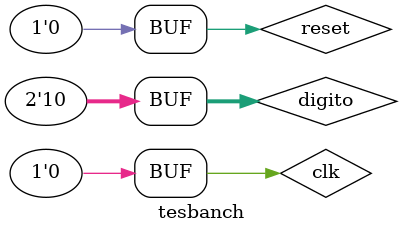
<source format=v>
`timescale 1ns/1ps
module tesbanch;
//Password CBABC
localparam half_period = 10;
localparam period = 20;
localparam nulo = 2'b00;
localparam A = 2'b01;
localparam B = 2'b10;
localparam C = 2'b11;
reg clk;
reg [1:0] digito;
reg reset;
wire led;
cofre_behavorial test(
    .clk(clk),
    .reset(reset),
    .digito(digito),
    .led(led)
);
always begin
    clk = 1'b1;
    #half_period;
    clk = 1'b0;
    #half_period;
end
always begin
    reset = 1'b1;
    digito = nulo;
    #period;
    digito = C;
    #period;
    digito = A;
    #period
    digito = A;
    #period
    digito = C;
    #period
    digito = B;
    #period
    digito = nulo;
    #period
    digito = nulo;
    #period;
    digito  = A;
    #period;
    digito = nulo;
    #period;
    digito = B;
    #period;
    digito = C;
    #period;
    digito = B;
    #period;
    reset = 1'b0;
    #period;
end
endmodule
</source>
